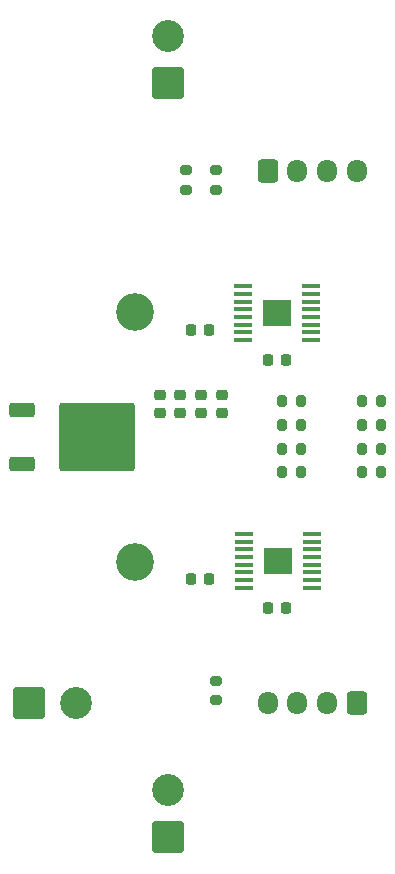
<source format=gbr>
%TF.GenerationSoftware,KiCad,Pcbnew,7.0.6*%
%TF.CreationDate,2024-02-11T17:46:38+09:00*%
%TF.ProjectId,MotorDriver_DRV8874_20240201,4d6f746f-7244-4726-9976-65725f445256,rev?*%
%TF.SameCoordinates,Original*%
%TF.FileFunction,Soldermask,Top*%
%TF.FilePolarity,Negative*%
%FSLAX46Y46*%
G04 Gerber Fmt 4.6, Leading zero omitted, Abs format (unit mm)*
G04 Created by KiCad (PCBNEW 7.0.6) date 2024-02-11 17:46:38*
%MOMM*%
%LPD*%
G01*
G04 APERTURE LIST*
G04 Aperture macros list*
%AMRoundRect*
0 Rectangle with rounded corners*
0 $1 Rounding radius*
0 $2 $3 $4 $5 $6 $7 $8 $9 X,Y pos of 4 corners*
0 Add a 4 corners polygon primitive as box body*
4,1,4,$2,$3,$4,$5,$6,$7,$8,$9,$2,$3,0*
0 Add four circle primitives for the rounded corners*
1,1,$1+$1,$2,$3*
1,1,$1+$1,$4,$5*
1,1,$1+$1,$6,$7*
1,1,$1+$1,$8,$9*
0 Add four rect primitives between the rounded corners*
20,1,$1+$1,$2,$3,$4,$5,0*
20,1,$1+$1,$4,$5,$6,$7,0*
20,1,$1+$1,$6,$7,$8,$9,0*
20,1,$1+$1,$8,$9,$2,$3,0*%
G04 Aperture macros list end*
%ADD10RoundRect,0.250001X1.099999X-1.099999X1.099999X1.099999X-1.099999X1.099999X-1.099999X-1.099999X0*%
%ADD11C,2.700000*%
%ADD12RoundRect,0.200000X0.200000X0.275000X-0.200000X0.275000X-0.200000X-0.275000X0.200000X-0.275000X0*%
%ADD13RoundRect,0.250000X-0.600000X-0.725000X0.600000X-0.725000X0.600000X0.725000X-0.600000X0.725000X0*%
%ADD14O,1.700000X1.950000*%
%ADD15RoundRect,0.250000X0.600000X0.725000X-0.600000X0.725000X-0.600000X-0.725000X0.600000X-0.725000X0*%
%ADD16RoundRect,0.225000X-0.250000X0.225000X-0.250000X-0.225000X0.250000X-0.225000X0.250000X0.225000X0*%
%ADD17RoundRect,0.225000X0.225000X0.250000X-0.225000X0.250000X-0.225000X-0.250000X0.225000X-0.250000X0*%
%ADD18RoundRect,0.200000X-0.275000X0.200000X-0.275000X-0.200000X0.275000X-0.200000X0.275000X0.200000X0*%
%ADD19RoundRect,0.200000X-0.200000X-0.275000X0.200000X-0.275000X0.200000X0.275000X-0.200000X0.275000X0*%
%ADD20RoundRect,0.250000X-0.850000X-0.350000X0.850000X-0.350000X0.850000X0.350000X-0.850000X0.350000X0*%
%ADD21RoundRect,0.249997X-2.950003X-2.650003X2.950003X-2.650003X2.950003X2.650003X-2.950003X2.650003X0*%
%ADD22RoundRect,0.250001X-1.099999X-1.099999X1.099999X-1.099999X1.099999X1.099999X-1.099999X1.099999X0*%
%ADD23C,3.200000*%
%ADD24R,2.460000X2.310000*%
%ADD25RoundRect,0.100000X0.687500X0.100000X-0.687500X0.100000X-0.687500X-0.100000X0.687500X-0.100000X0*%
G04 APERTURE END LIST*
D10*
%TO.C,M2*%
X96452585Y-128342867D03*
D11*
X96452585Y-124382867D03*
%TD*%
D12*
%TO.C,R2*%
X107750000Y-91437500D03*
X106100000Y-91437500D03*
%TD*%
D13*
%TO.C,J4*%
X104925000Y-71912500D03*
D14*
X107425000Y-71912500D03*
X109925000Y-71912500D03*
X112425000Y-71912500D03*
%TD*%
D15*
%TO.C,J5*%
X112425000Y-116962500D03*
D14*
X109925000Y-116962500D03*
X107425000Y-116962500D03*
X104925000Y-116962500D03*
%TD*%
D16*
%TO.C,C2*%
X97500000Y-90912500D03*
X97500000Y-92462500D03*
%TD*%
D17*
%TO.C,C4*%
X106450000Y-87937500D03*
X104900000Y-87937500D03*
%TD*%
D18*
%TO.C,R8*%
X100500000Y-71862500D03*
X100500000Y-73512500D03*
%TD*%
D19*
%TO.C,R11*%
X112850000Y-91437500D03*
X114500000Y-91437500D03*
%TD*%
D20*
%TO.C,D1*%
X84135000Y-92157500D03*
D21*
X90435000Y-94437500D03*
D20*
X84135000Y-96717500D03*
%TD*%
D16*
%TO.C,C3*%
X99250000Y-90912500D03*
X99250000Y-92462500D03*
%TD*%
D22*
%TO.C,VIN*%
X84695000Y-116962133D03*
D11*
X88655000Y-116962133D03*
%TD*%
D16*
%TO.C,C1*%
X95750000Y-90912500D03*
X95750000Y-92462500D03*
%TD*%
D19*
%TO.C,R1*%
X106100000Y-95437500D03*
X107750000Y-95437500D03*
%TD*%
D12*
%TO.C,R4*%
X107750000Y-97437500D03*
X106100000Y-97437500D03*
%TD*%
D19*
%TO.C,R10*%
X112850000Y-95437500D03*
X114500000Y-95437500D03*
%TD*%
D18*
%TO.C,R6*%
X100500000Y-115112500D03*
X100500000Y-116762500D03*
%TD*%
D23*
%TO.C,REF\u002A\u002A*%
X93670708Y-83837500D03*
%TD*%
D24*
%TO.C,U1*%
X105675000Y-83962133D03*
D25*
X108537500Y-86237133D03*
X108537500Y-85587133D03*
X108537500Y-84937133D03*
X108537500Y-84287133D03*
X108537500Y-83637133D03*
X108537500Y-82987133D03*
X108537500Y-82337133D03*
X108537500Y-81687133D03*
X102812500Y-81687133D03*
X102812500Y-82337133D03*
X102812500Y-82987133D03*
X102812500Y-83637133D03*
X102812500Y-84287133D03*
X102812500Y-84937133D03*
X102812500Y-85587133D03*
X102812500Y-86237133D03*
%TD*%
D12*
%TO.C,R3*%
X107750000Y-93437500D03*
X106100000Y-93437500D03*
%TD*%
D19*
%TO.C,R9*%
X112850000Y-97437500D03*
X114500000Y-97437500D03*
%TD*%
D23*
%TO.C,REF\u002A\u002A*%
X93670690Y-105037500D03*
%TD*%
D12*
%TO.C,R5*%
X114500000Y-93437500D03*
X112850000Y-93437500D03*
%TD*%
D17*
%TO.C,C7*%
X106450000Y-108937500D03*
X104900000Y-108937500D03*
%TD*%
D10*
%TO.C,M1*%
X96452585Y-64492133D03*
D11*
X96452585Y-60532133D03*
%TD*%
D16*
%TO.C,C5*%
X101000000Y-90912500D03*
X101000000Y-92462500D03*
%TD*%
D18*
%TO.C,R7*%
X98000000Y-71862500D03*
X98000000Y-73512500D03*
%TD*%
D17*
%TO.C,C6*%
X99950000Y-85437500D03*
X98400000Y-85437500D03*
%TD*%
%TO.C,C8*%
X99950000Y-106437500D03*
X98400000Y-106437500D03*
%TD*%
D24*
%TO.C,U2*%
X105787500Y-104937500D03*
D25*
X108650000Y-107212500D03*
X108650000Y-106562500D03*
X108650000Y-105912500D03*
X108650000Y-105262500D03*
X108650000Y-104612500D03*
X108650000Y-103962500D03*
X108650000Y-103312500D03*
X108650000Y-102662500D03*
X102925000Y-102662500D03*
X102925000Y-103312500D03*
X102925000Y-103962500D03*
X102925000Y-104612500D03*
X102925000Y-105262500D03*
X102925000Y-105912500D03*
X102925000Y-106562500D03*
X102925000Y-107212500D03*
%TD*%
M02*

</source>
